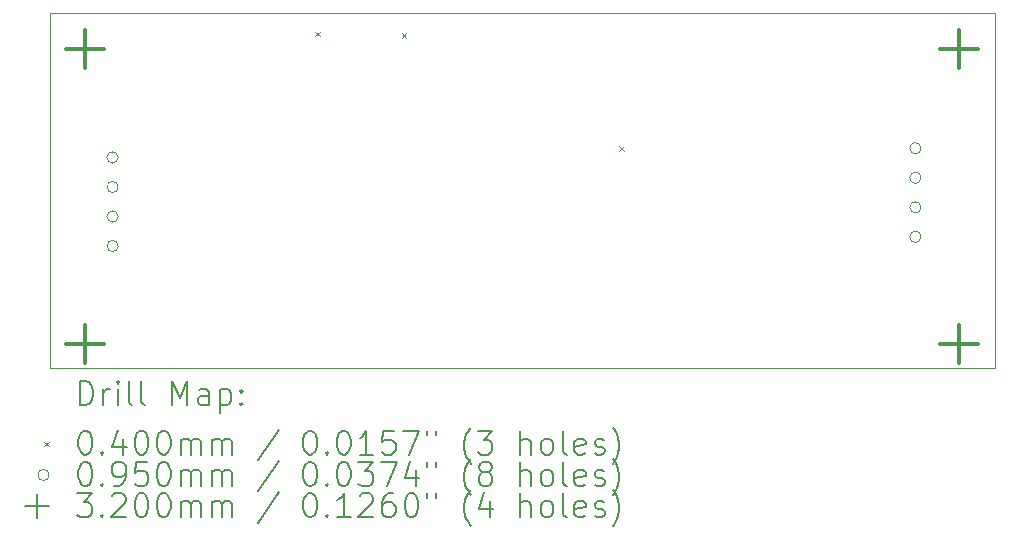
<source format=gbr>
%FSLAX45Y45*%
G04 Gerber Fmt 4.5, Leading zero omitted, Abs format (unit mm)*
G04 Created by KiCad (PCBNEW (6.0.6)) date 2022-08-15 12:49:02*
%MOMM*%
%LPD*%
G01*
G04 APERTURE LIST*
%TA.AperFunction,Profile*%
%ADD10C,0.100000*%
%TD*%
%ADD11C,0.200000*%
%ADD12C,0.040000*%
%ADD13C,0.095000*%
%ADD14C,0.320000*%
G04 APERTURE END LIST*
D10*
X8000000Y-11500000D02*
X8000000Y-8500000D01*
X16000000Y-11500000D02*
X8000000Y-11500000D01*
X16000000Y-8500000D02*
X16000000Y-11500000D01*
X8000000Y-8500000D02*
X16000000Y-8500000D01*
D11*
D12*
X10245480Y-8654820D02*
X10285480Y-8694820D01*
X10285480Y-8654820D02*
X10245480Y-8694820D01*
X10979540Y-8667520D02*
X11019540Y-8707520D01*
X11019540Y-8667520D02*
X10979540Y-8707520D01*
X12819200Y-9621860D02*
X12859200Y-9661860D01*
X12859200Y-9621860D02*
X12819200Y-9661860D01*
D13*
X8580220Y-9719680D02*
G75*
G03*
X8580220Y-9719680I-47500J0D01*
G01*
X8580220Y-9969680D02*
G75*
G03*
X8580220Y-9969680I-47500J0D01*
G01*
X8580220Y-10219680D02*
G75*
G03*
X8580220Y-10219680I-47500J0D01*
G01*
X8580220Y-10469680D02*
G75*
G03*
X8580220Y-10469680I-47500J0D01*
G01*
X15377740Y-9641860D02*
G75*
G03*
X15377740Y-9641860I-47500J0D01*
G01*
X15377740Y-9891860D02*
G75*
G03*
X15377740Y-9891860I-47500J0D01*
G01*
X15377740Y-10141860D02*
G75*
G03*
X15377740Y-10141860I-47500J0D01*
G01*
X15377740Y-10391860D02*
G75*
G03*
X15377740Y-10391860I-47500J0D01*
G01*
D14*
X8300000Y-8640000D02*
X8300000Y-8960000D01*
X8140000Y-8800000D02*
X8460000Y-8800000D01*
X8300000Y-11140000D02*
X8300000Y-11460000D01*
X8140000Y-11300000D02*
X8460000Y-11300000D01*
X15700000Y-8640000D02*
X15700000Y-8960000D01*
X15540000Y-8800000D02*
X15860000Y-8800000D01*
X15700000Y-11140000D02*
X15700000Y-11460000D01*
X15540000Y-11300000D02*
X15860000Y-11300000D01*
D11*
X8252619Y-11815476D02*
X8252619Y-11615476D01*
X8300238Y-11615476D01*
X8328809Y-11625000D01*
X8347857Y-11644048D01*
X8357381Y-11663095D01*
X8366905Y-11701190D01*
X8366905Y-11729762D01*
X8357381Y-11767857D01*
X8347857Y-11786905D01*
X8328809Y-11805952D01*
X8300238Y-11815476D01*
X8252619Y-11815476D01*
X8452619Y-11815476D02*
X8452619Y-11682143D01*
X8452619Y-11720238D02*
X8462143Y-11701190D01*
X8471667Y-11691667D01*
X8490714Y-11682143D01*
X8509762Y-11682143D01*
X8576429Y-11815476D02*
X8576429Y-11682143D01*
X8576429Y-11615476D02*
X8566905Y-11625000D01*
X8576429Y-11634524D01*
X8585952Y-11625000D01*
X8576429Y-11615476D01*
X8576429Y-11634524D01*
X8700238Y-11815476D02*
X8681190Y-11805952D01*
X8671667Y-11786905D01*
X8671667Y-11615476D01*
X8805000Y-11815476D02*
X8785952Y-11805952D01*
X8776429Y-11786905D01*
X8776429Y-11615476D01*
X9033571Y-11815476D02*
X9033571Y-11615476D01*
X9100238Y-11758333D01*
X9166905Y-11615476D01*
X9166905Y-11815476D01*
X9347857Y-11815476D02*
X9347857Y-11710714D01*
X9338333Y-11691667D01*
X9319286Y-11682143D01*
X9281190Y-11682143D01*
X9262143Y-11691667D01*
X9347857Y-11805952D02*
X9328810Y-11815476D01*
X9281190Y-11815476D01*
X9262143Y-11805952D01*
X9252619Y-11786905D01*
X9252619Y-11767857D01*
X9262143Y-11748809D01*
X9281190Y-11739286D01*
X9328810Y-11739286D01*
X9347857Y-11729762D01*
X9443095Y-11682143D02*
X9443095Y-11882143D01*
X9443095Y-11691667D02*
X9462143Y-11682143D01*
X9500238Y-11682143D01*
X9519286Y-11691667D01*
X9528810Y-11701190D01*
X9538333Y-11720238D01*
X9538333Y-11777381D01*
X9528810Y-11796428D01*
X9519286Y-11805952D01*
X9500238Y-11815476D01*
X9462143Y-11815476D01*
X9443095Y-11805952D01*
X9624048Y-11796428D02*
X9633571Y-11805952D01*
X9624048Y-11815476D01*
X9614524Y-11805952D01*
X9624048Y-11796428D01*
X9624048Y-11815476D01*
X9624048Y-11691667D02*
X9633571Y-11701190D01*
X9624048Y-11710714D01*
X9614524Y-11701190D01*
X9624048Y-11691667D01*
X9624048Y-11710714D01*
D12*
X7955000Y-12125000D02*
X7995000Y-12165000D01*
X7995000Y-12125000D02*
X7955000Y-12165000D01*
D11*
X8290714Y-12035476D02*
X8309762Y-12035476D01*
X8328809Y-12045000D01*
X8338333Y-12054524D01*
X8347857Y-12073571D01*
X8357381Y-12111667D01*
X8357381Y-12159286D01*
X8347857Y-12197381D01*
X8338333Y-12216428D01*
X8328809Y-12225952D01*
X8309762Y-12235476D01*
X8290714Y-12235476D01*
X8271667Y-12225952D01*
X8262143Y-12216428D01*
X8252619Y-12197381D01*
X8243095Y-12159286D01*
X8243095Y-12111667D01*
X8252619Y-12073571D01*
X8262143Y-12054524D01*
X8271667Y-12045000D01*
X8290714Y-12035476D01*
X8443095Y-12216428D02*
X8452619Y-12225952D01*
X8443095Y-12235476D01*
X8433571Y-12225952D01*
X8443095Y-12216428D01*
X8443095Y-12235476D01*
X8624048Y-12102143D02*
X8624048Y-12235476D01*
X8576429Y-12025952D02*
X8528810Y-12168809D01*
X8652619Y-12168809D01*
X8766905Y-12035476D02*
X8785952Y-12035476D01*
X8805000Y-12045000D01*
X8814524Y-12054524D01*
X8824048Y-12073571D01*
X8833571Y-12111667D01*
X8833571Y-12159286D01*
X8824048Y-12197381D01*
X8814524Y-12216428D01*
X8805000Y-12225952D01*
X8785952Y-12235476D01*
X8766905Y-12235476D01*
X8747857Y-12225952D01*
X8738333Y-12216428D01*
X8728810Y-12197381D01*
X8719286Y-12159286D01*
X8719286Y-12111667D01*
X8728810Y-12073571D01*
X8738333Y-12054524D01*
X8747857Y-12045000D01*
X8766905Y-12035476D01*
X8957381Y-12035476D02*
X8976429Y-12035476D01*
X8995476Y-12045000D01*
X9005000Y-12054524D01*
X9014524Y-12073571D01*
X9024048Y-12111667D01*
X9024048Y-12159286D01*
X9014524Y-12197381D01*
X9005000Y-12216428D01*
X8995476Y-12225952D01*
X8976429Y-12235476D01*
X8957381Y-12235476D01*
X8938333Y-12225952D01*
X8928810Y-12216428D01*
X8919286Y-12197381D01*
X8909762Y-12159286D01*
X8909762Y-12111667D01*
X8919286Y-12073571D01*
X8928810Y-12054524D01*
X8938333Y-12045000D01*
X8957381Y-12035476D01*
X9109762Y-12235476D02*
X9109762Y-12102143D01*
X9109762Y-12121190D02*
X9119286Y-12111667D01*
X9138333Y-12102143D01*
X9166905Y-12102143D01*
X9185952Y-12111667D01*
X9195476Y-12130714D01*
X9195476Y-12235476D01*
X9195476Y-12130714D02*
X9205000Y-12111667D01*
X9224048Y-12102143D01*
X9252619Y-12102143D01*
X9271667Y-12111667D01*
X9281190Y-12130714D01*
X9281190Y-12235476D01*
X9376429Y-12235476D02*
X9376429Y-12102143D01*
X9376429Y-12121190D02*
X9385952Y-12111667D01*
X9405000Y-12102143D01*
X9433571Y-12102143D01*
X9452619Y-12111667D01*
X9462143Y-12130714D01*
X9462143Y-12235476D01*
X9462143Y-12130714D02*
X9471667Y-12111667D01*
X9490714Y-12102143D01*
X9519286Y-12102143D01*
X9538333Y-12111667D01*
X9547857Y-12130714D01*
X9547857Y-12235476D01*
X9938333Y-12025952D02*
X9766905Y-12283095D01*
X10195476Y-12035476D02*
X10214524Y-12035476D01*
X10233571Y-12045000D01*
X10243095Y-12054524D01*
X10252619Y-12073571D01*
X10262143Y-12111667D01*
X10262143Y-12159286D01*
X10252619Y-12197381D01*
X10243095Y-12216428D01*
X10233571Y-12225952D01*
X10214524Y-12235476D01*
X10195476Y-12235476D01*
X10176429Y-12225952D01*
X10166905Y-12216428D01*
X10157381Y-12197381D01*
X10147857Y-12159286D01*
X10147857Y-12111667D01*
X10157381Y-12073571D01*
X10166905Y-12054524D01*
X10176429Y-12045000D01*
X10195476Y-12035476D01*
X10347857Y-12216428D02*
X10357381Y-12225952D01*
X10347857Y-12235476D01*
X10338333Y-12225952D01*
X10347857Y-12216428D01*
X10347857Y-12235476D01*
X10481190Y-12035476D02*
X10500238Y-12035476D01*
X10519286Y-12045000D01*
X10528810Y-12054524D01*
X10538333Y-12073571D01*
X10547857Y-12111667D01*
X10547857Y-12159286D01*
X10538333Y-12197381D01*
X10528810Y-12216428D01*
X10519286Y-12225952D01*
X10500238Y-12235476D01*
X10481190Y-12235476D01*
X10462143Y-12225952D01*
X10452619Y-12216428D01*
X10443095Y-12197381D01*
X10433571Y-12159286D01*
X10433571Y-12111667D01*
X10443095Y-12073571D01*
X10452619Y-12054524D01*
X10462143Y-12045000D01*
X10481190Y-12035476D01*
X10738333Y-12235476D02*
X10624048Y-12235476D01*
X10681190Y-12235476D02*
X10681190Y-12035476D01*
X10662143Y-12064048D01*
X10643095Y-12083095D01*
X10624048Y-12092619D01*
X10919286Y-12035476D02*
X10824048Y-12035476D01*
X10814524Y-12130714D01*
X10824048Y-12121190D01*
X10843095Y-12111667D01*
X10890714Y-12111667D01*
X10909762Y-12121190D01*
X10919286Y-12130714D01*
X10928810Y-12149762D01*
X10928810Y-12197381D01*
X10919286Y-12216428D01*
X10909762Y-12225952D01*
X10890714Y-12235476D01*
X10843095Y-12235476D01*
X10824048Y-12225952D01*
X10814524Y-12216428D01*
X10995476Y-12035476D02*
X11128810Y-12035476D01*
X11043095Y-12235476D01*
X11195476Y-12035476D02*
X11195476Y-12073571D01*
X11271667Y-12035476D02*
X11271667Y-12073571D01*
X11566905Y-12311667D02*
X11557381Y-12302143D01*
X11538333Y-12273571D01*
X11528809Y-12254524D01*
X11519286Y-12225952D01*
X11509762Y-12178333D01*
X11509762Y-12140238D01*
X11519286Y-12092619D01*
X11528809Y-12064048D01*
X11538333Y-12045000D01*
X11557381Y-12016428D01*
X11566905Y-12006905D01*
X11624048Y-12035476D02*
X11747857Y-12035476D01*
X11681190Y-12111667D01*
X11709762Y-12111667D01*
X11728809Y-12121190D01*
X11738333Y-12130714D01*
X11747857Y-12149762D01*
X11747857Y-12197381D01*
X11738333Y-12216428D01*
X11728809Y-12225952D01*
X11709762Y-12235476D01*
X11652619Y-12235476D01*
X11633571Y-12225952D01*
X11624048Y-12216428D01*
X11985952Y-12235476D02*
X11985952Y-12035476D01*
X12071667Y-12235476D02*
X12071667Y-12130714D01*
X12062143Y-12111667D01*
X12043095Y-12102143D01*
X12014524Y-12102143D01*
X11995476Y-12111667D01*
X11985952Y-12121190D01*
X12195476Y-12235476D02*
X12176428Y-12225952D01*
X12166905Y-12216428D01*
X12157381Y-12197381D01*
X12157381Y-12140238D01*
X12166905Y-12121190D01*
X12176428Y-12111667D01*
X12195476Y-12102143D01*
X12224048Y-12102143D01*
X12243095Y-12111667D01*
X12252619Y-12121190D01*
X12262143Y-12140238D01*
X12262143Y-12197381D01*
X12252619Y-12216428D01*
X12243095Y-12225952D01*
X12224048Y-12235476D01*
X12195476Y-12235476D01*
X12376428Y-12235476D02*
X12357381Y-12225952D01*
X12347857Y-12206905D01*
X12347857Y-12035476D01*
X12528809Y-12225952D02*
X12509762Y-12235476D01*
X12471667Y-12235476D01*
X12452619Y-12225952D01*
X12443095Y-12206905D01*
X12443095Y-12130714D01*
X12452619Y-12111667D01*
X12471667Y-12102143D01*
X12509762Y-12102143D01*
X12528809Y-12111667D01*
X12538333Y-12130714D01*
X12538333Y-12149762D01*
X12443095Y-12168809D01*
X12614524Y-12225952D02*
X12633571Y-12235476D01*
X12671667Y-12235476D01*
X12690714Y-12225952D01*
X12700238Y-12206905D01*
X12700238Y-12197381D01*
X12690714Y-12178333D01*
X12671667Y-12168809D01*
X12643095Y-12168809D01*
X12624048Y-12159286D01*
X12614524Y-12140238D01*
X12614524Y-12130714D01*
X12624048Y-12111667D01*
X12643095Y-12102143D01*
X12671667Y-12102143D01*
X12690714Y-12111667D01*
X12766905Y-12311667D02*
X12776428Y-12302143D01*
X12795476Y-12273571D01*
X12805000Y-12254524D01*
X12814524Y-12225952D01*
X12824048Y-12178333D01*
X12824048Y-12140238D01*
X12814524Y-12092619D01*
X12805000Y-12064048D01*
X12795476Y-12045000D01*
X12776428Y-12016428D01*
X12766905Y-12006905D01*
D13*
X7995000Y-12409000D02*
G75*
G03*
X7995000Y-12409000I-47500J0D01*
G01*
D11*
X8290714Y-12299476D02*
X8309762Y-12299476D01*
X8328809Y-12309000D01*
X8338333Y-12318524D01*
X8347857Y-12337571D01*
X8357381Y-12375667D01*
X8357381Y-12423286D01*
X8347857Y-12461381D01*
X8338333Y-12480428D01*
X8328809Y-12489952D01*
X8309762Y-12499476D01*
X8290714Y-12499476D01*
X8271667Y-12489952D01*
X8262143Y-12480428D01*
X8252619Y-12461381D01*
X8243095Y-12423286D01*
X8243095Y-12375667D01*
X8252619Y-12337571D01*
X8262143Y-12318524D01*
X8271667Y-12309000D01*
X8290714Y-12299476D01*
X8443095Y-12480428D02*
X8452619Y-12489952D01*
X8443095Y-12499476D01*
X8433571Y-12489952D01*
X8443095Y-12480428D01*
X8443095Y-12499476D01*
X8547857Y-12499476D02*
X8585952Y-12499476D01*
X8605000Y-12489952D01*
X8614524Y-12480428D01*
X8633571Y-12451857D01*
X8643095Y-12413762D01*
X8643095Y-12337571D01*
X8633571Y-12318524D01*
X8624048Y-12309000D01*
X8605000Y-12299476D01*
X8566905Y-12299476D01*
X8547857Y-12309000D01*
X8538333Y-12318524D01*
X8528810Y-12337571D01*
X8528810Y-12385190D01*
X8538333Y-12404238D01*
X8547857Y-12413762D01*
X8566905Y-12423286D01*
X8605000Y-12423286D01*
X8624048Y-12413762D01*
X8633571Y-12404238D01*
X8643095Y-12385190D01*
X8824048Y-12299476D02*
X8728810Y-12299476D01*
X8719286Y-12394714D01*
X8728810Y-12385190D01*
X8747857Y-12375667D01*
X8795476Y-12375667D01*
X8814524Y-12385190D01*
X8824048Y-12394714D01*
X8833571Y-12413762D01*
X8833571Y-12461381D01*
X8824048Y-12480428D01*
X8814524Y-12489952D01*
X8795476Y-12499476D01*
X8747857Y-12499476D01*
X8728810Y-12489952D01*
X8719286Y-12480428D01*
X8957381Y-12299476D02*
X8976429Y-12299476D01*
X8995476Y-12309000D01*
X9005000Y-12318524D01*
X9014524Y-12337571D01*
X9024048Y-12375667D01*
X9024048Y-12423286D01*
X9014524Y-12461381D01*
X9005000Y-12480428D01*
X8995476Y-12489952D01*
X8976429Y-12499476D01*
X8957381Y-12499476D01*
X8938333Y-12489952D01*
X8928810Y-12480428D01*
X8919286Y-12461381D01*
X8909762Y-12423286D01*
X8909762Y-12375667D01*
X8919286Y-12337571D01*
X8928810Y-12318524D01*
X8938333Y-12309000D01*
X8957381Y-12299476D01*
X9109762Y-12499476D02*
X9109762Y-12366143D01*
X9109762Y-12385190D02*
X9119286Y-12375667D01*
X9138333Y-12366143D01*
X9166905Y-12366143D01*
X9185952Y-12375667D01*
X9195476Y-12394714D01*
X9195476Y-12499476D01*
X9195476Y-12394714D02*
X9205000Y-12375667D01*
X9224048Y-12366143D01*
X9252619Y-12366143D01*
X9271667Y-12375667D01*
X9281190Y-12394714D01*
X9281190Y-12499476D01*
X9376429Y-12499476D02*
X9376429Y-12366143D01*
X9376429Y-12385190D02*
X9385952Y-12375667D01*
X9405000Y-12366143D01*
X9433571Y-12366143D01*
X9452619Y-12375667D01*
X9462143Y-12394714D01*
X9462143Y-12499476D01*
X9462143Y-12394714D02*
X9471667Y-12375667D01*
X9490714Y-12366143D01*
X9519286Y-12366143D01*
X9538333Y-12375667D01*
X9547857Y-12394714D01*
X9547857Y-12499476D01*
X9938333Y-12289952D02*
X9766905Y-12547095D01*
X10195476Y-12299476D02*
X10214524Y-12299476D01*
X10233571Y-12309000D01*
X10243095Y-12318524D01*
X10252619Y-12337571D01*
X10262143Y-12375667D01*
X10262143Y-12423286D01*
X10252619Y-12461381D01*
X10243095Y-12480428D01*
X10233571Y-12489952D01*
X10214524Y-12499476D01*
X10195476Y-12499476D01*
X10176429Y-12489952D01*
X10166905Y-12480428D01*
X10157381Y-12461381D01*
X10147857Y-12423286D01*
X10147857Y-12375667D01*
X10157381Y-12337571D01*
X10166905Y-12318524D01*
X10176429Y-12309000D01*
X10195476Y-12299476D01*
X10347857Y-12480428D02*
X10357381Y-12489952D01*
X10347857Y-12499476D01*
X10338333Y-12489952D01*
X10347857Y-12480428D01*
X10347857Y-12499476D01*
X10481190Y-12299476D02*
X10500238Y-12299476D01*
X10519286Y-12309000D01*
X10528810Y-12318524D01*
X10538333Y-12337571D01*
X10547857Y-12375667D01*
X10547857Y-12423286D01*
X10538333Y-12461381D01*
X10528810Y-12480428D01*
X10519286Y-12489952D01*
X10500238Y-12499476D01*
X10481190Y-12499476D01*
X10462143Y-12489952D01*
X10452619Y-12480428D01*
X10443095Y-12461381D01*
X10433571Y-12423286D01*
X10433571Y-12375667D01*
X10443095Y-12337571D01*
X10452619Y-12318524D01*
X10462143Y-12309000D01*
X10481190Y-12299476D01*
X10614524Y-12299476D02*
X10738333Y-12299476D01*
X10671667Y-12375667D01*
X10700238Y-12375667D01*
X10719286Y-12385190D01*
X10728810Y-12394714D01*
X10738333Y-12413762D01*
X10738333Y-12461381D01*
X10728810Y-12480428D01*
X10719286Y-12489952D01*
X10700238Y-12499476D01*
X10643095Y-12499476D01*
X10624048Y-12489952D01*
X10614524Y-12480428D01*
X10805000Y-12299476D02*
X10938333Y-12299476D01*
X10852619Y-12499476D01*
X11100238Y-12366143D02*
X11100238Y-12499476D01*
X11052619Y-12289952D02*
X11005000Y-12432809D01*
X11128810Y-12432809D01*
X11195476Y-12299476D02*
X11195476Y-12337571D01*
X11271667Y-12299476D02*
X11271667Y-12337571D01*
X11566905Y-12575667D02*
X11557381Y-12566143D01*
X11538333Y-12537571D01*
X11528809Y-12518524D01*
X11519286Y-12489952D01*
X11509762Y-12442333D01*
X11509762Y-12404238D01*
X11519286Y-12356619D01*
X11528809Y-12328048D01*
X11538333Y-12309000D01*
X11557381Y-12280428D01*
X11566905Y-12270905D01*
X11671667Y-12385190D02*
X11652619Y-12375667D01*
X11643095Y-12366143D01*
X11633571Y-12347095D01*
X11633571Y-12337571D01*
X11643095Y-12318524D01*
X11652619Y-12309000D01*
X11671667Y-12299476D01*
X11709762Y-12299476D01*
X11728809Y-12309000D01*
X11738333Y-12318524D01*
X11747857Y-12337571D01*
X11747857Y-12347095D01*
X11738333Y-12366143D01*
X11728809Y-12375667D01*
X11709762Y-12385190D01*
X11671667Y-12385190D01*
X11652619Y-12394714D01*
X11643095Y-12404238D01*
X11633571Y-12423286D01*
X11633571Y-12461381D01*
X11643095Y-12480428D01*
X11652619Y-12489952D01*
X11671667Y-12499476D01*
X11709762Y-12499476D01*
X11728809Y-12489952D01*
X11738333Y-12480428D01*
X11747857Y-12461381D01*
X11747857Y-12423286D01*
X11738333Y-12404238D01*
X11728809Y-12394714D01*
X11709762Y-12385190D01*
X11985952Y-12499476D02*
X11985952Y-12299476D01*
X12071667Y-12499476D02*
X12071667Y-12394714D01*
X12062143Y-12375667D01*
X12043095Y-12366143D01*
X12014524Y-12366143D01*
X11995476Y-12375667D01*
X11985952Y-12385190D01*
X12195476Y-12499476D02*
X12176428Y-12489952D01*
X12166905Y-12480428D01*
X12157381Y-12461381D01*
X12157381Y-12404238D01*
X12166905Y-12385190D01*
X12176428Y-12375667D01*
X12195476Y-12366143D01*
X12224048Y-12366143D01*
X12243095Y-12375667D01*
X12252619Y-12385190D01*
X12262143Y-12404238D01*
X12262143Y-12461381D01*
X12252619Y-12480428D01*
X12243095Y-12489952D01*
X12224048Y-12499476D01*
X12195476Y-12499476D01*
X12376428Y-12499476D02*
X12357381Y-12489952D01*
X12347857Y-12470905D01*
X12347857Y-12299476D01*
X12528809Y-12489952D02*
X12509762Y-12499476D01*
X12471667Y-12499476D01*
X12452619Y-12489952D01*
X12443095Y-12470905D01*
X12443095Y-12394714D01*
X12452619Y-12375667D01*
X12471667Y-12366143D01*
X12509762Y-12366143D01*
X12528809Y-12375667D01*
X12538333Y-12394714D01*
X12538333Y-12413762D01*
X12443095Y-12432809D01*
X12614524Y-12489952D02*
X12633571Y-12499476D01*
X12671667Y-12499476D01*
X12690714Y-12489952D01*
X12700238Y-12470905D01*
X12700238Y-12461381D01*
X12690714Y-12442333D01*
X12671667Y-12432809D01*
X12643095Y-12432809D01*
X12624048Y-12423286D01*
X12614524Y-12404238D01*
X12614524Y-12394714D01*
X12624048Y-12375667D01*
X12643095Y-12366143D01*
X12671667Y-12366143D01*
X12690714Y-12375667D01*
X12766905Y-12575667D02*
X12776428Y-12566143D01*
X12795476Y-12537571D01*
X12805000Y-12518524D01*
X12814524Y-12489952D01*
X12824048Y-12442333D01*
X12824048Y-12404238D01*
X12814524Y-12356619D01*
X12805000Y-12328048D01*
X12795476Y-12309000D01*
X12776428Y-12280428D01*
X12766905Y-12270905D01*
X7895000Y-12573000D02*
X7895000Y-12773000D01*
X7795000Y-12673000D02*
X7995000Y-12673000D01*
X8233571Y-12563476D02*
X8357381Y-12563476D01*
X8290714Y-12639667D01*
X8319286Y-12639667D01*
X8338333Y-12649190D01*
X8347857Y-12658714D01*
X8357381Y-12677762D01*
X8357381Y-12725381D01*
X8347857Y-12744428D01*
X8338333Y-12753952D01*
X8319286Y-12763476D01*
X8262143Y-12763476D01*
X8243095Y-12753952D01*
X8233571Y-12744428D01*
X8443095Y-12744428D02*
X8452619Y-12753952D01*
X8443095Y-12763476D01*
X8433571Y-12753952D01*
X8443095Y-12744428D01*
X8443095Y-12763476D01*
X8528810Y-12582524D02*
X8538333Y-12573000D01*
X8557381Y-12563476D01*
X8605000Y-12563476D01*
X8624048Y-12573000D01*
X8633571Y-12582524D01*
X8643095Y-12601571D01*
X8643095Y-12620619D01*
X8633571Y-12649190D01*
X8519286Y-12763476D01*
X8643095Y-12763476D01*
X8766905Y-12563476D02*
X8785952Y-12563476D01*
X8805000Y-12573000D01*
X8814524Y-12582524D01*
X8824048Y-12601571D01*
X8833571Y-12639667D01*
X8833571Y-12687286D01*
X8824048Y-12725381D01*
X8814524Y-12744428D01*
X8805000Y-12753952D01*
X8785952Y-12763476D01*
X8766905Y-12763476D01*
X8747857Y-12753952D01*
X8738333Y-12744428D01*
X8728810Y-12725381D01*
X8719286Y-12687286D01*
X8719286Y-12639667D01*
X8728810Y-12601571D01*
X8738333Y-12582524D01*
X8747857Y-12573000D01*
X8766905Y-12563476D01*
X8957381Y-12563476D02*
X8976429Y-12563476D01*
X8995476Y-12573000D01*
X9005000Y-12582524D01*
X9014524Y-12601571D01*
X9024048Y-12639667D01*
X9024048Y-12687286D01*
X9014524Y-12725381D01*
X9005000Y-12744428D01*
X8995476Y-12753952D01*
X8976429Y-12763476D01*
X8957381Y-12763476D01*
X8938333Y-12753952D01*
X8928810Y-12744428D01*
X8919286Y-12725381D01*
X8909762Y-12687286D01*
X8909762Y-12639667D01*
X8919286Y-12601571D01*
X8928810Y-12582524D01*
X8938333Y-12573000D01*
X8957381Y-12563476D01*
X9109762Y-12763476D02*
X9109762Y-12630143D01*
X9109762Y-12649190D02*
X9119286Y-12639667D01*
X9138333Y-12630143D01*
X9166905Y-12630143D01*
X9185952Y-12639667D01*
X9195476Y-12658714D01*
X9195476Y-12763476D01*
X9195476Y-12658714D02*
X9205000Y-12639667D01*
X9224048Y-12630143D01*
X9252619Y-12630143D01*
X9271667Y-12639667D01*
X9281190Y-12658714D01*
X9281190Y-12763476D01*
X9376429Y-12763476D02*
X9376429Y-12630143D01*
X9376429Y-12649190D02*
X9385952Y-12639667D01*
X9405000Y-12630143D01*
X9433571Y-12630143D01*
X9452619Y-12639667D01*
X9462143Y-12658714D01*
X9462143Y-12763476D01*
X9462143Y-12658714D02*
X9471667Y-12639667D01*
X9490714Y-12630143D01*
X9519286Y-12630143D01*
X9538333Y-12639667D01*
X9547857Y-12658714D01*
X9547857Y-12763476D01*
X9938333Y-12553952D02*
X9766905Y-12811095D01*
X10195476Y-12563476D02*
X10214524Y-12563476D01*
X10233571Y-12573000D01*
X10243095Y-12582524D01*
X10252619Y-12601571D01*
X10262143Y-12639667D01*
X10262143Y-12687286D01*
X10252619Y-12725381D01*
X10243095Y-12744428D01*
X10233571Y-12753952D01*
X10214524Y-12763476D01*
X10195476Y-12763476D01*
X10176429Y-12753952D01*
X10166905Y-12744428D01*
X10157381Y-12725381D01*
X10147857Y-12687286D01*
X10147857Y-12639667D01*
X10157381Y-12601571D01*
X10166905Y-12582524D01*
X10176429Y-12573000D01*
X10195476Y-12563476D01*
X10347857Y-12744428D02*
X10357381Y-12753952D01*
X10347857Y-12763476D01*
X10338333Y-12753952D01*
X10347857Y-12744428D01*
X10347857Y-12763476D01*
X10547857Y-12763476D02*
X10433571Y-12763476D01*
X10490714Y-12763476D02*
X10490714Y-12563476D01*
X10471667Y-12592048D01*
X10452619Y-12611095D01*
X10433571Y-12620619D01*
X10624048Y-12582524D02*
X10633571Y-12573000D01*
X10652619Y-12563476D01*
X10700238Y-12563476D01*
X10719286Y-12573000D01*
X10728810Y-12582524D01*
X10738333Y-12601571D01*
X10738333Y-12620619D01*
X10728810Y-12649190D01*
X10614524Y-12763476D01*
X10738333Y-12763476D01*
X10909762Y-12563476D02*
X10871667Y-12563476D01*
X10852619Y-12573000D01*
X10843095Y-12582524D01*
X10824048Y-12611095D01*
X10814524Y-12649190D01*
X10814524Y-12725381D01*
X10824048Y-12744428D01*
X10833571Y-12753952D01*
X10852619Y-12763476D01*
X10890714Y-12763476D01*
X10909762Y-12753952D01*
X10919286Y-12744428D01*
X10928810Y-12725381D01*
X10928810Y-12677762D01*
X10919286Y-12658714D01*
X10909762Y-12649190D01*
X10890714Y-12639667D01*
X10852619Y-12639667D01*
X10833571Y-12649190D01*
X10824048Y-12658714D01*
X10814524Y-12677762D01*
X11052619Y-12563476D02*
X11071667Y-12563476D01*
X11090714Y-12573000D01*
X11100238Y-12582524D01*
X11109762Y-12601571D01*
X11119286Y-12639667D01*
X11119286Y-12687286D01*
X11109762Y-12725381D01*
X11100238Y-12744428D01*
X11090714Y-12753952D01*
X11071667Y-12763476D01*
X11052619Y-12763476D01*
X11033571Y-12753952D01*
X11024048Y-12744428D01*
X11014524Y-12725381D01*
X11005000Y-12687286D01*
X11005000Y-12639667D01*
X11014524Y-12601571D01*
X11024048Y-12582524D01*
X11033571Y-12573000D01*
X11052619Y-12563476D01*
X11195476Y-12563476D02*
X11195476Y-12601571D01*
X11271667Y-12563476D02*
X11271667Y-12601571D01*
X11566905Y-12839667D02*
X11557381Y-12830143D01*
X11538333Y-12801571D01*
X11528809Y-12782524D01*
X11519286Y-12753952D01*
X11509762Y-12706333D01*
X11509762Y-12668238D01*
X11519286Y-12620619D01*
X11528809Y-12592048D01*
X11538333Y-12573000D01*
X11557381Y-12544428D01*
X11566905Y-12534905D01*
X11728809Y-12630143D02*
X11728809Y-12763476D01*
X11681190Y-12553952D02*
X11633571Y-12696809D01*
X11757381Y-12696809D01*
X11985952Y-12763476D02*
X11985952Y-12563476D01*
X12071667Y-12763476D02*
X12071667Y-12658714D01*
X12062143Y-12639667D01*
X12043095Y-12630143D01*
X12014524Y-12630143D01*
X11995476Y-12639667D01*
X11985952Y-12649190D01*
X12195476Y-12763476D02*
X12176428Y-12753952D01*
X12166905Y-12744428D01*
X12157381Y-12725381D01*
X12157381Y-12668238D01*
X12166905Y-12649190D01*
X12176428Y-12639667D01*
X12195476Y-12630143D01*
X12224048Y-12630143D01*
X12243095Y-12639667D01*
X12252619Y-12649190D01*
X12262143Y-12668238D01*
X12262143Y-12725381D01*
X12252619Y-12744428D01*
X12243095Y-12753952D01*
X12224048Y-12763476D01*
X12195476Y-12763476D01*
X12376428Y-12763476D02*
X12357381Y-12753952D01*
X12347857Y-12734905D01*
X12347857Y-12563476D01*
X12528809Y-12753952D02*
X12509762Y-12763476D01*
X12471667Y-12763476D01*
X12452619Y-12753952D01*
X12443095Y-12734905D01*
X12443095Y-12658714D01*
X12452619Y-12639667D01*
X12471667Y-12630143D01*
X12509762Y-12630143D01*
X12528809Y-12639667D01*
X12538333Y-12658714D01*
X12538333Y-12677762D01*
X12443095Y-12696809D01*
X12614524Y-12753952D02*
X12633571Y-12763476D01*
X12671667Y-12763476D01*
X12690714Y-12753952D01*
X12700238Y-12734905D01*
X12700238Y-12725381D01*
X12690714Y-12706333D01*
X12671667Y-12696809D01*
X12643095Y-12696809D01*
X12624048Y-12687286D01*
X12614524Y-12668238D01*
X12614524Y-12658714D01*
X12624048Y-12639667D01*
X12643095Y-12630143D01*
X12671667Y-12630143D01*
X12690714Y-12639667D01*
X12766905Y-12839667D02*
X12776428Y-12830143D01*
X12795476Y-12801571D01*
X12805000Y-12782524D01*
X12814524Y-12753952D01*
X12824048Y-12706333D01*
X12824048Y-12668238D01*
X12814524Y-12620619D01*
X12805000Y-12592048D01*
X12795476Y-12573000D01*
X12776428Y-12544428D01*
X12766905Y-12534905D01*
M02*

</source>
